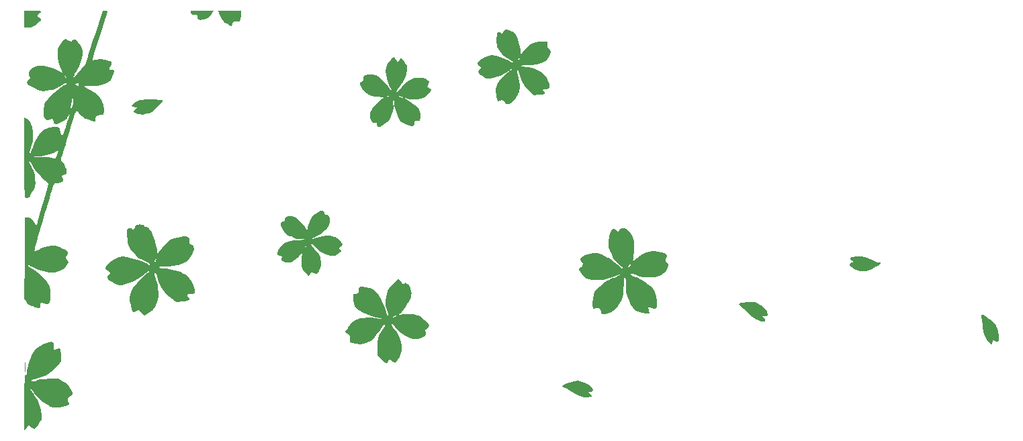
<source format=gto>
%TF.GenerationSoftware,KiCad,Pcbnew,7.0.10*%
%TF.CreationDate,2024-03-27T08:56:45-04:00*%
%TF.ProjectId,back panel,6261636b-2070-4616-9e65-6c2e6b696361,rev?*%
%TF.SameCoordinates,Original*%
%TF.FileFunction,Legend,Top*%
%TF.FilePolarity,Positive*%
%FSLAX46Y46*%
G04 Gerber Fmt 4.6, Leading zero omitted, Abs format (unit mm)*
G04 Created by KiCad (PCBNEW 7.0.10) date 2024-03-27 08:56:45*
%MOMM*%
%LPD*%
G01*
G04 APERTURE LIST*
G04 APERTURE END LIST*
%TO.C,G\u002A\u002A\u002A*%
G36*
X109149248Y-69318878D02*
G01*
X108897875Y-69661963D01*
X108597567Y-69886623D01*
X108204050Y-70019928D01*
X107929870Y-70064352D01*
X107637054Y-70089599D01*
X107474185Y-70073221D01*
X107406159Y-70011436D01*
X107404855Y-70007793D01*
X107364223Y-69835343D01*
X107340318Y-69680667D01*
X107297049Y-69536039D01*
X107178980Y-69477626D01*
X107018667Y-69469000D01*
X106723471Y-69438614D01*
X106562767Y-69335880D01*
X106510887Y-69143435D01*
X106510667Y-69125336D01*
X106510667Y-68918667D01*
X107947527Y-68918667D01*
X109384386Y-68918667D01*
X109149248Y-69318878D01*
G37*
G36*
X87062587Y-68924830D02*
G01*
X87395736Y-68946867D01*
X87582345Y-68990099D01*
X87633646Y-69059846D01*
X87560871Y-69161428D01*
X87376000Y-69299667D01*
X87177795Y-69464809D01*
X87141897Y-69597763D01*
X87268307Y-69714609D01*
X87376000Y-69765333D01*
X87551192Y-69867974D01*
X87629693Y-69973413D01*
X87630000Y-69978879D01*
X87570588Y-70082465D01*
X87412693Y-70261978D01*
X87186829Y-70483648D01*
X87113475Y-70550545D01*
X86852539Y-70779427D01*
X86663407Y-70917698D01*
X86493052Y-70989161D01*
X86288444Y-71017620D01*
X86055142Y-71025623D01*
X85513334Y-71037372D01*
X85513334Y-69978019D01*
X85513334Y-68918667D01*
X86571667Y-68918667D01*
X87062587Y-68924830D01*
G37*
G36*
X112856848Y-69363167D02*
G01*
X112833453Y-69675783D01*
X112778505Y-69960931D01*
X112744748Y-70061667D01*
X112663451Y-70214834D01*
X112553458Y-70289809D01*
X112358039Y-70314021D01*
X112219400Y-70315667D01*
X111967729Y-70323485D01*
X111832137Y-70366515D01*
X111759470Y-70474124D01*
X111721325Y-70590833D01*
X111648753Y-70792091D01*
X111563651Y-70850610D01*
X111420688Y-70778158D01*
X111313564Y-70696667D01*
X111138914Y-70578566D01*
X111014661Y-70527392D01*
X111012308Y-70527333D01*
X110819774Y-70453387D01*
X110600262Y-70256405D01*
X110381295Y-69973674D01*
X110190398Y-69642481D01*
X110055096Y-69300113D01*
X110027939Y-69193833D01*
X109968546Y-68918667D01*
X111414606Y-68918667D01*
X112860667Y-68918667D01*
X112856848Y-69363167D01*
G37*
G36*
X191056727Y-99941446D02*
G01*
X191759757Y-100128892D01*
X192532000Y-100447173D01*
X192825891Y-100567552D01*
X193096153Y-100647752D01*
X193236708Y-100667839D01*
X193428126Y-100698280D01*
X193466578Y-100783959D01*
X193357103Y-100919212D01*
X193104738Y-101098373D01*
X192714518Y-101315778D01*
X192616667Y-101365196D01*
X192189258Y-101572689D01*
X191869004Y-101709229D01*
X191614210Y-101784595D01*
X191383182Y-101808564D01*
X191134226Y-101790917D01*
X190933041Y-101760071D01*
X190544591Y-101659703D01*
X190161051Y-101502413D01*
X189832561Y-101313583D01*
X189609258Y-101118594D01*
X189576735Y-101073457D01*
X189509781Y-100924127D01*
X189565579Y-100821346D01*
X189617128Y-100780716D01*
X189809859Y-100688440D01*
X189923516Y-100668667D01*
X190058811Y-100637128D01*
X190052954Y-100560694D01*
X189917975Y-100466643D01*
X189816054Y-100425048D01*
X189624353Y-100308468D01*
X189589453Y-100169108D01*
X189707893Y-100038859D01*
X189865000Y-99974320D01*
X190428547Y-99890526D01*
X191056727Y-99941446D01*
G37*
G36*
X177393372Y-105678384D02*
G01*
X177605713Y-105709135D01*
X177793136Y-105771754D01*
X177909419Y-105824822D01*
X178381111Y-106110275D01*
X178789687Y-106466213D01*
X179088857Y-106850457D01*
X179142198Y-106948152D01*
X179250394Y-107231966D01*
X179232889Y-107405760D01*
X179084081Y-107478884D01*
X178831924Y-107466145D01*
X178519667Y-107417971D01*
X178710167Y-107625943D01*
X178875193Y-107855830D01*
X178892624Y-108014706D01*
X178770771Y-108097646D01*
X178517945Y-108099721D01*
X178142458Y-108016006D01*
X178082765Y-107997845D01*
X177807720Y-107893463D01*
X177542366Y-107747023D01*
X177257519Y-107536857D01*
X176923992Y-107241295D01*
X176512599Y-106838667D01*
X176487667Y-106813524D01*
X176199860Y-106529480D01*
X175940448Y-106285275D01*
X175740906Y-106109848D01*
X175643031Y-106037053D01*
X175530965Y-105963536D01*
X175556847Y-105905347D01*
X175670069Y-105840432D01*
X175836758Y-105791046D01*
X176124689Y-105743910D01*
X176485839Y-105705962D01*
X176702392Y-105691297D01*
X177108227Y-105674204D01*
X177393372Y-105678384D01*
G37*
G36*
X206382703Y-107324349D02*
G01*
X206675704Y-107495714D01*
X207082321Y-107774778D01*
X207372899Y-107986310D01*
X207667706Y-108214582D01*
X207862347Y-108404664D01*
X207999240Y-108609707D01*
X208120804Y-108882863D01*
X208151385Y-108961773D01*
X208279431Y-109381936D01*
X208349079Y-109796158D01*
X208360356Y-110169623D01*
X208313289Y-110467517D01*
X208207903Y-110655025D01*
X208150061Y-110691079D01*
X208009515Y-110673761D01*
X207829343Y-110571342D01*
X207827549Y-110569936D01*
X207647981Y-110440020D01*
X207564266Y-110433291D01*
X207544224Y-110562118D01*
X207547850Y-110677433D01*
X207520822Y-110900155D01*
X207418871Y-110976755D01*
X207251438Y-110907933D01*
X207027962Y-110694387D01*
X206978073Y-110635228D01*
X206724668Y-110272712D01*
X206538832Y-109871166D01*
X206409494Y-109394663D01*
X206325586Y-108807272D01*
X206294262Y-108415667D01*
X206260950Y-108094563D01*
X206209552Y-107806944D01*
X206170276Y-107669321D01*
X206097105Y-107433167D01*
X206102233Y-107295403D01*
X206194489Y-107258354D01*
X206382703Y-107324349D01*
G37*
G36*
X155879589Y-115736031D02*
G01*
X156301700Y-115893231D01*
X156633743Y-116094785D01*
X156854148Y-116285343D01*
X157107625Y-116565881D01*
X157207910Y-116775762D01*
X157155102Y-116916274D01*
X156949296Y-116988704D01*
X156907807Y-116993531D01*
X156720779Y-117022677D01*
X156634073Y-117058005D01*
X156633334Y-117061092D01*
X156690936Y-117137970D01*
X156832230Y-117272925D01*
X156858567Y-117295860D01*
X157010049Y-117462107D01*
X157013798Y-117579229D01*
X156864463Y-117651700D01*
X156556689Y-117683995D01*
X156391025Y-117686667D01*
X156074274Y-117675288D01*
X155807283Y-117629907D01*
X155525593Y-117533657D01*
X155164746Y-117369672D01*
X155147188Y-117361192D01*
X154827718Y-117196996D01*
X154558835Y-117041176D01*
X154384397Y-116919790D01*
X154352998Y-116889337D01*
X154188047Y-116748710D01*
X153944105Y-116599339D01*
X153688458Y-116477107D01*
X153488386Y-116417896D01*
X153466703Y-116416667D01*
X153317363Y-116371144D01*
X153305618Y-116261327D01*
X153435758Y-116127339D01*
X153435770Y-116127332D01*
X153599537Y-116051346D01*
X153881467Y-115950839D01*
X154235250Y-115841554D01*
X154461176Y-115778736D01*
X155292083Y-115557582D01*
X155879589Y-115736031D01*
G37*
G36*
X102111839Y-80140454D02*
G01*
X102500927Y-80150477D01*
X102758430Y-80169154D01*
X102903172Y-80197944D01*
X102953978Y-80238307D01*
X102954667Y-80244819D01*
X102898928Y-80345394D01*
X102747444Y-80537798D01*
X102523812Y-80793733D01*
X102270740Y-81065033D01*
X101971986Y-81372344D01*
X101751309Y-81581177D01*
X101571056Y-81716665D01*
X101393569Y-81803940D01*
X101181195Y-81868136D01*
X101005193Y-81909713D01*
X100668142Y-81983121D01*
X100440798Y-82019677D01*
X100268615Y-82023694D01*
X100097046Y-81999487D01*
X100033667Y-81986549D01*
X99803733Y-81937863D01*
X99679754Y-81911576D01*
X99466550Y-81818586D01*
X99357123Y-81734361D01*
X99278988Y-81634151D01*
X99294412Y-81537647D01*
X99417033Y-81389929D01*
X99451710Y-81353488D01*
X99684348Y-81110667D01*
X99478007Y-81109370D01*
X99262237Y-81075900D01*
X99144667Y-81027114D01*
X99067345Y-80909010D01*
X99152182Y-80755475D01*
X99400168Y-80565373D01*
X99693550Y-80398257D01*
X99881777Y-80301923D01*
X100042562Y-80232904D01*
X100208842Y-80186631D01*
X100413554Y-80158536D01*
X100689636Y-80144047D01*
X101070025Y-80138598D01*
X101572340Y-80137624D01*
X102111839Y-80140454D01*
G37*
G36*
X89073539Y-110725161D02*
G01*
X89119581Y-110782838D01*
X89191360Y-110963824D01*
X89233771Y-111230820D01*
X89238667Y-111352849D01*
X89245669Y-111589062D01*
X89263503Y-111735980D01*
X89276161Y-111760000D01*
X89366005Y-111721017D01*
X89543422Y-111623969D01*
X89603209Y-111589159D01*
X89793301Y-111497040D01*
X89927404Y-111495627D01*
X90018788Y-111603480D01*
X90080725Y-111839159D01*
X90126483Y-112221225D01*
X90136376Y-112334889D01*
X90161381Y-112685941D01*
X90159969Y-112920520D01*
X90124221Y-113090473D01*
X90046219Y-113247645D01*
X89981527Y-113348805D01*
X89493122Y-113958916D01*
X88902691Y-114486315D01*
X88244629Y-114907464D01*
X87553333Y-115198819D01*
X87125465Y-115303547D01*
X86721578Y-115403353D01*
X86453093Y-115535585D01*
X86405798Y-115576962D01*
X86233000Y-115755483D01*
X86614000Y-115695063D01*
X86913101Y-115627475D01*
X87186131Y-115534029D01*
X87243627Y-115507314D01*
X87418306Y-115448167D01*
X87689051Y-115407048D01*
X88079832Y-115381588D01*
X88614622Y-115369415D01*
X88640627Y-115369159D01*
X89789000Y-115358333D01*
X90317622Y-115641796D01*
X90810633Y-115959404D01*
X91173029Y-116325840D01*
X91443253Y-116780303D01*
X91451232Y-116797667D01*
X91564925Y-117071452D01*
X91589631Y-117246576D01*
X91515857Y-117373891D01*
X91334107Y-117504249D01*
X91317371Y-117514632D01*
X91062668Y-117722122D01*
X90967940Y-117944446D01*
X91024194Y-118207498D01*
X91054638Y-118270897D01*
X91144693Y-118466231D01*
X91185753Y-118597108D01*
X91186000Y-118602348D01*
X91108766Y-118666042D01*
X90904461Y-118740549D01*
X90614181Y-118816847D01*
X90279022Y-118885912D01*
X89940082Y-118938720D01*
X89638456Y-118966249D01*
X89521187Y-118967886D01*
X89132559Y-118935543D01*
X88801263Y-118842882D01*
X88457681Y-118665991D01*
X88247512Y-118530394D01*
X88031717Y-118389620D01*
X87878234Y-118298522D01*
X87833882Y-118279333D01*
X87736410Y-118217039D01*
X87559817Y-118048875D01*
X87328575Y-117802922D01*
X87067157Y-117507257D01*
X86800036Y-117189961D01*
X86551685Y-116879111D01*
X86346575Y-116602788D01*
X86258770Y-116472094D01*
X86176338Y-116415575D01*
X86152297Y-116426814D01*
X86167408Y-116517620D01*
X86262058Y-116688811D01*
X86312955Y-116763029D01*
X86677246Y-117278160D01*
X86954093Y-117700573D01*
X87162703Y-118069076D01*
X87322286Y-118422475D01*
X87452049Y-118799578D01*
X87571202Y-119239193D01*
X87603024Y-119369394D01*
X87697495Y-119849352D01*
X87716410Y-120212673D01*
X87660086Y-120494100D01*
X87614240Y-120595920D01*
X87453180Y-120861580D01*
X87254286Y-121137938D01*
X87048215Y-121388232D01*
X86865624Y-121575703D01*
X86737172Y-121663591D01*
X86721796Y-121666000D01*
X86572958Y-121610794D01*
X86381356Y-121474020D01*
X86336233Y-121433167D01*
X86091534Y-121200333D01*
X85803693Y-121539000D01*
X85515853Y-121877667D01*
X85523260Y-117390333D01*
X85526235Y-116400086D01*
X85531609Y-115528697D01*
X85539239Y-114783429D01*
X85548983Y-114171546D01*
X85560699Y-113700313D01*
X85574245Y-113376992D01*
X85589477Y-113208847D01*
X85605350Y-113199333D01*
X85633373Y-113418151D01*
X85643943Y-113747318D01*
X85635870Y-114128635D01*
X85627417Y-114278833D01*
X85608022Y-114702238D01*
X85617962Y-114961878D01*
X85657382Y-115060787D01*
X85664340Y-115062000D01*
X85747888Y-114982290D01*
X85813923Y-114762395D01*
X85854968Y-114431164D01*
X85861840Y-114300000D01*
X85897877Y-114054258D01*
X85982997Y-113700535D01*
X86101954Y-113287486D01*
X86239498Y-112863766D01*
X86380380Y-112478031D01*
X86509351Y-112178934D01*
X86551747Y-112098667D01*
X86915153Y-111630580D01*
X87419149Y-111230022D01*
X88043900Y-110910320D01*
X88590415Y-110728789D01*
X88839726Y-110669734D01*
X88982417Y-110666650D01*
X89073539Y-110725161D01*
G37*
G36*
X123206490Y-94202508D02*
G01*
X123293512Y-94388272D01*
X123312533Y-94458010D01*
X123388789Y-94616072D01*
X123521784Y-94634536D01*
X123528571Y-94632826D01*
X123752272Y-94642243D01*
X123909410Y-94805731D01*
X124000784Y-95124324D01*
X124016741Y-95264869D01*
X124020752Y-95621309D01*
X123952389Y-95910946D01*
X123877709Y-96076329D01*
X123705655Y-96322345D01*
X123436055Y-96611159D01*
X123117117Y-96899374D01*
X122797047Y-97143596D01*
X122524053Y-97300427D01*
X122512667Y-97305131D01*
X122287955Y-97399215D01*
X122026008Y-97513316D01*
X122004667Y-97522826D01*
X121831310Y-97616048D01*
X121798376Y-97670043D01*
X121881291Y-97683658D01*
X122055481Y-97655743D01*
X122296373Y-97585147D01*
X122412915Y-97541946D01*
X122719044Y-97449337D01*
X123111527Y-97368342D01*
X123507469Y-97315941D01*
X123522361Y-97314667D01*
X123877048Y-97290826D01*
X124126600Y-97297011D01*
X124333958Y-97342639D01*
X124562060Y-97437131D01*
X124661969Y-97485213D01*
X124974885Y-97670554D01*
X125263594Y-97897428D01*
X125492413Y-98131706D01*
X125625660Y-98339258D01*
X125645334Y-98425772D01*
X125576714Y-98544360D01*
X125409676Y-98669198D01*
X125391334Y-98679000D01*
X125193703Y-98805552D01*
X125154750Y-98916478D01*
X125269801Y-99040775D01*
X125326671Y-99080394D01*
X125438254Y-99189184D01*
X125429944Y-99304026D01*
X125289984Y-99441498D01*
X125006618Y-99618179D01*
X124905960Y-99673692D01*
X124647158Y-99801090D01*
X124443303Y-99850623D01*
X124207108Y-99836316D01*
X124054488Y-99810500D01*
X123494422Y-99667882D01*
X123021319Y-99447577D01*
X122579587Y-99118985D01*
X122288152Y-98838225D01*
X122042433Y-98597132D01*
X121833507Y-98416343D01*
X121692604Y-98321804D01*
X121658028Y-98314768D01*
X121655245Y-98386563D01*
X121752239Y-98535087D01*
X121844164Y-98639566D01*
X122106108Y-98948204D01*
X122375606Y-99321869D01*
X122616321Y-99705132D01*
X122791919Y-100042566D01*
X122835731Y-100152134D01*
X122923688Y-100607434D01*
X122899251Y-101090130D01*
X122773336Y-101548024D01*
X122556856Y-101928920D01*
X122437399Y-102057160D01*
X122320484Y-102143496D01*
X122207198Y-102143365D01*
X122026069Y-102055090D01*
X122011892Y-102047183D01*
X121828022Y-101954129D01*
X121713465Y-101957539D01*
X121589875Y-102070988D01*
X121538751Y-102129167D01*
X121399815Y-102280552D01*
X121316471Y-102356914D01*
X121310228Y-102359223D01*
X121246368Y-102298866D01*
X121106836Y-102145360D01*
X120964647Y-101981734D01*
X120664321Y-101584996D01*
X120489054Y-101220449D01*
X120419913Y-100831170D01*
X120435023Y-100389265D01*
X120490992Y-100017388D01*
X120577595Y-99646880D01*
X120655074Y-99413418D01*
X120741966Y-99195282D01*
X120762203Y-99116816D01*
X120717061Y-99162578D01*
X120670482Y-99227064D01*
X120547828Y-99376355D01*
X120338538Y-99606686D01*
X120077078Y-99880745D01*
X119913244Y-100046896D01*
X119577734Y-100366124D01*
X119307222Y-100570205D01*
X119060150Y-100675597D01*
X118794960Y-100698756D01*
X118470092Y-100656138D01*
X118406334Y-100643616D01*
X118083153Y-100548366D01*
X117920510Y-100421789D01*
X117911300Y-100256420D01*
X117954417Y-100168810D01*
X118023461Y-100020914D01*
X117979166Y-99932401D01*
X117940667Y-99905380D01*
X117750646Y-99836838D01*
X117633042Y-99823296D01*
X117461288Y-99749970D01*
X117407732Y-99651126D01*
X117423505Y-99470781D01*
X117518303Y-99206717D01*
X117613441Y-99017667D01*
X120812270Y-99017667D01*
X120939801Y-98806000D01*
X121033598Y-98626464D01*
X121070333Y-98513900D01*
X121045985Y-98468103D01*
X120983267Y-98536713D01*
X120910725Y-98678588D01*
X120867651Y-98806000D01*
X120812270Y-99017667D01*
X117613441Y-99017667D01*
X117667908Y-98909434D01*
X117848103Y-98629433D01*
X117967918Y-98483031D01*
X118310350Y-98227507D01*
X118799674Y-98034298D01*
X119424068Y-97906694D01*
X120171711Y-97847985D01*
X120257023Y-97845949D01*
X120637948Y-97828294D01*
X120858314Y-97798046D01*
X120916574Y-97762963D01*
X120811180Y-97730804D01*
X120540586Y-97709328D01*
X120285170Y-97704775D01*
X119904261Y-97690025D01*
X119638100Y-97639737D01*
X119433991Y-97543605D01*
X119422334Y-97536000D01*
X119196836Y-97420521D01*
X118992658Y-97367575D01*
X118980656Y-97367224D01*
X118772934Y-97292695D01*
X118658813Y-97197333D01*
X121171369Y-97197333D01*
X121184674Y-97317529D01*
X121214073Y-97303167D01*
X121225256Y-97129824D01*
X121214073Y-97091500D01*
X121183171Y-97080864D01*
X121171369Y-97197333D01*
X118658813Y-97197333D01*
X118528988Y-97088848D01*
X118275240Y-96783685D01*
X118038114Y-96405206D01*
X117994550Y-96322273D01*
X117847062Y-95987985D01*
X117809729Y-95761760D01*
X117885880Y-95620279D01*
X118078841Y-95540223D01*
X118107008Y-95534232D01*
X118282874Y-95477017D01*
X118328722Y-95376870D01*
X118314890Y-95295475D01*
X118337307Y-95094519D01*
X118501332Y-94945833D01*
X118784125Y-94861311D01*
X119162844Y-94852849D01*
X119164566Y-94852988D01*
X119516558Y-94912650D01*
X119804022Y-95050574D01*
X119965410Y-95169682D01*
X120218410Y-95404179D01*
X120493208Y-95707410D01*
X120752016Y-96032286D01*
X120957043Y-96331721D01*
X121063334Y-96537760D01*
X121107553Y-96619969D01*
X121149323Y-96585284D01*
X121201088Y-96413923D01*
X121236449Y-96262630D01*
X121370363Y-95764927D01*
X121531400Y-95321099D01*
X121703463Y-94969847D01*
X121862712Y-94756934D01*
X122035257Y-94626549D01*
X122297909Y-94461336D01*
X122544814Y-94323424D01*
X122861807Y-94175285D01*
X123072477Y-94133246D01*
X123206490Y-94202508D01*
G37*
G36*
X132258607Y-74916872D02*
G01*
X132381639Y-75109593D01*
X132497299Y-75296488D01*
X132594612Y-75331084D01*
X132706232Y-75211600D01*
X132780865Y-75087816D01*
X132886285Y-74917448D01*
X132964610Y-74877235D01*
X133071132Y-74949391D01*
X133108220Y-74982518D01*
X133261304Y-75147085D01*
X133448398Y-75383420D01*
X133536177Y-75505746D01*
X133666382Y-75706798D01*
X133736313Y-75873481D01*
X133758075Y-76065999D01*
X133743774Y-76344553D01*
X133731954Y-76479412D01*
X133581472Y-77218834D01*
X133273969Y-77905089D01*
X132818502Y-78518053D01*
X132810682Y-78526488D01*
X132574402Y-78803558D01*
X132441135Y-79011233D01*
X132419134Y-79133603D01*
X132482167Y-79159748D01*
X132570026Y-79096835D01*
X132711129Y-78944409D01*
X132757334Y-78887510D01*
X133031026Y-78576243D01*
X133364938Y-78249012D01*
X133712257Y-77947596D01*
X134026170Y-77713775D01*
X134166823Y-77629539D01*
X134681969Y-77437075D01*
X135221470Y-77367441D01*
X135743033Y-77419135D01*
X136204367Y-77590658D01*
X136383122Y-77708146D01*
X136503492Y-77812113D01*
X136535515Y-77907465D01*
X136485114Y-78057948D01*
X136427109Y-78181642D01*
X136341977Y-78372451D01*
X136329438Y-78496503D01*
X136410846Y-78600385D01*
X136607550Y-78730685D01*
X136706015Y-78790204D01*
X136777386Y-78849920D01*
X136780137Y-78929493D01*
X136700436Y-79062525D01*
X136524453Y-79282622D01*
X136482831Y-79332471D01*
X136206180Y-79618294D01*
X135915544Y-79847070D01*
X135754078Y-79938003D01*
X135426773Y-80032270D01*
X135000110Y-80087125D01*
X134540027Y-80099899D01*
X134112463Y-80067923D01*
X133858559Y-80014726D01*
X133590294Y-79945861D01*
X133448979Y-79934172D01*
X133445927Y-79974649D01*
X133592452Y-80062285D01*
X133669976Y-80098227D01*
X134213297Y-80403638D01*
X134797528Y-80857486D01*
X134981759Y-81023096D01*
X135279602Y-81403121D01*
X135422215Y-81850009D01*
X135431403Y-82190167D01*
X135407576Y-82506292D01*
X135377629Y-82689820D01*
X135318849Y-82776672D01*
X135208529Y-82802769D01*
X135043334Y-82804000D01*
X134811077Y-82822072D01*
X134707815Y-82904534D01*
X134694645Y-83093749D01*
X134702214Y-83175493D01*
X134650871Y-83359008D01*
X134461345Y-83462087D01*
X134293438Y-83480037D01*
X134058386Y-83433786D01*
X133745290Y-83311866D01*
X133409442Y-83142989D01*
X133106136Y-82955865D01*
X132890664Y-82779205D01*
X132849948Y-82730495D01*
X132655289Y-82384130D01*
X132467221Y-81920054D01*
X132301994Y-81389614D01*
X132175860Y-80844156D01*
X132110152Y-80393005D01*
X132080118Y-80143487D01*
X132048090Y-79973728D01*
X132032617Y-79934394D01*
X131962999Y-79923957D01*
X131938197Y-80076391D01*
X131958237Y-80391262D01*
X131989299Y-80640138D01*
X132031774Y-81005934D01*
X132035593Y-81262001D01*
X131998610Y-81463958D01*
X131952645Y-81590243D01*
X131868635Y-81834018D01*
X131826986Y-82038602D01*
X131826000Y-82061979D01*
X131753208Y-82343404D01*
X131551233Y-82662591D01*
X131244679Y-82986424D01*
X130982999Y-83196732D01*
X130631466Y-83437250D01*
X130383532Y-83573474D01*
X130215591Y-83612874D01*
X130104032Y-83562920D01*
X130053157Y-83490968D01*
X129979380Y-83295798D01*
X129963334Y-83190244D01*
X129911395Y-83095917D01*
X129735485Y-83076413D01*
X129700247Y-83078844D01*
X129427708Y-83029816D01*
X129235669Y-82833531D01*
X129125966Y-82492688D01*
X129099748Y-82197373D01*
X129109367Y-81877883D01*
X129175801Y-81626743D01*
X129325089Y-81352321D01*
X129351819Y-81310347D01*
X129603289Y-80973231D01*
X129931219Y-80606372D01*
X130282163Y-80265033D01*
X130602676Y-80004477D01*
X130638339Y-79980073D01*
X130847678Y-79840667D01*
X130532506Y-79825850D01*
X130150042Y-79805042D01*
X129875890Y-79779661D01*
X129649082Y-79740828D01*
X129609775Y-79730829D01*
X131201531Y-79730829D01*
X131318000Y-79742631D01*
X131438196Y-79729326D01*
X131427471Y-79707371D01*
X132705684Y-79707371D01*
X132715000Y-79741790D01*
X132864906Y-79830177D01*
X132969000Y-79864960D01*
X133182309Y-79910020D01*
X133256464Y-79904632D01*
X133218767Y-79851598D01*
X133104609Y-79786459D01*
X132944539Y-79732752D01*
X132793312Y-79702411D01*
X132705684Y-79707371D01*
X131427471Y-79707371D01*
X131423834Y-79699927D01*
X131250491Y-79688744D01*
X131212167Y-79699927D01*
X131201531Y-79730829D01*
X129609775Y-79730829D01*
X129408650Y-79679666D01*
X129286000Y-79644321D01*
X128916555Y-79518276D01*
X128642445Y-79368411D01*
X128410735Y-79154633D01*
X128168491Y-78836852D01*
X128113402Y-78756225D01*
X127907245Y-78425706D01*
X127812291Y-78194608D01*
X127825796Y-78037089D01*
X127945016Y-77927309D01*
X128021541Y-77891038D01*
X128182605Y-77792561D01*
X128241483Y-77637684D01*
X128244488Y-77499912D01*
X128260090Y-77293485D01*
X128342924Y-77155584D01*
X128525786Y-77058575D01*
X128841468Y-76974820D01*
X128876658Y-76967172D01*
X129365240Y-76946218D01*
X129864091Y-77082031D01*
X130356549Y-77364203D01*
X130825956Y-77782324D01*
X131255651Y-78325982D01*
X131389646Y-78537415D01*
X131550723Y-78789882D01*
X131681611Y-78964811D01*
X131757879Y-79030192D01*
X131763936Y-79027841D01*
X131779127Y-78898932D01*
X131685711Y-78675226D01*
X131566761Y-78484921D01*
X131430724Y-78221828D01*
X131293906Y-77848363D01*
X131172391Y-77422646D01*
X131082264Y-77002799D01*
X131039608Y-76646940D01*
X131038243Y-76575072D01*
X131125321Y-76018898D01*
X131364220Y-75484809D01*
X131674970Y-75076664D01*
X131911440Y-74868663D01*
X132098510Y-74815050D01*
X132258607Y-74916872D01*
G37*
G36*
X146651063Y-71346036D02*
G01*
X146822721Y-71437500D01*
X147034447Y-71580316D01*
X147193972Y-71674590D01*
X147356862Y-71834399D01*
X147526408Y-72123704D01*
X147690436Y-72503716D01*
X147836774Y-72935647D01*
X147953248Y-73380710D01*
X148027686Y-73800116D01*
X148047913Y-74155077D01*
X148027095Y-74329216D01*
X148012391Y-74434006D01*
X148052353Y-74435547D01*
X148165533Y-74322884D01*
X148300138Y-74168000D01*
X148703500Y-73709421D01*
X149040599Y-73371151D01*
X149343090Y-73135344D01*
X149642626Y-72984156D01*
X149970862Y-72899742D01*
X150359451Y-72864257D01*
X150622000Y-72859076D01*
X151426334Y-72855667D01*
X151433132Y-73221696D01*
X151456950Y-73473059D01*
X151534385Y-73617322D01*
X151644798Y-73691851D01*
X151798167Y-73854216D01*
X151844084Y-74105062D01*
X151792507Y-74410848D01*
X151653395Y-74738035D01*
X151436705Y-75053085D01*
X151163063Y-75314410D01*
X150706541Y-75563868D01*
X150110738Y-75725884D01*
X149382246Y-75799010D01*
X148949834Y-75801349D01*
X148609322Y-75800808D01*
X148343625Y-75813964D01*
X148189961Y-75838266D01*
X148166667Y-75854974D01*
X148243787Y-75933517D01*
X148445101Y-75995023D01*
X148725540Y-76027339D01*
X148813915Y-76029510D01*
X149100635Y-76065343D01*
X149480828Y-76158673D01*
X149896583Y-76291122D01*
X150289991Y-76444313D01*
X150593758Y-76594342D01*
X150868821Y-76793005D01*
X151120953Y-77034873D01*
X151177190Y-77102893D01*
X151383721Y-77431902D01*
X151560631Y-77817713D01*
X151682093Y-78195228D01*
X151722667Y-78477850D01*
X151686693Y-78669846D01*
X151558587Y-78778057D01*
X151308077Y-78821324D01*
X151165409Y-78824667D01*
X150949442Y-78844847D01*
X150886746Y-78921101D01*
X150964408Y-79076993D01*
X151000307Y-79125984D01*
X151097484Y-79273203D01*
X151127307Y-79344775D01*
X151053360Y-79424571D01*
X150820076Y-79490036D01*
X150423249Y-79542215D01*
X150284245Y-79554427D01*
X149725248Y-79599598D01*
X149111666Y-79031515D01*
X148573289Y-78444412D01*
X148199720Y-77830851D01*
X147987720Y-77185212D01*
X147962242Y-77036932D01*
X147903027Y-76772882D01*
X147816535Y-76544964D01*
X147722989Y-76394124D01*
X147642609Y-76361303D01*
X147632579Y-76369466D01*
X147633725Y-76465743D01*
X147673861Y-76680361D01*
X147744531Y-76969111D01*
X147754032Y-77004333D01*
X147835655Y-77391386D01*
X147898699Y-77852759D01*
X147930415Y-78293541D01*
X147931175Y-78323124D01*
X147932408Y-78706131D01*
X147908704Y-78983048D01*
X147848702Y-79216574D01*
X147741043Y-79469409D01*
X147712972Y-79527444D01*
X147454811Y-79939610D01*
X147122464Y-80304192D01*
X146760956Y-80576835D01*
X146543226Y-80679797D01*
X146364889Y-80723918D01*
X146253956Y-80671669D01*
X146150446Y-80513107D01*
X145948691Y-80281925D01*
X145702262Y-80198423D01*
X145470786Y-80256801D01*
X145305154Y-80329975D01*
X145226364Y-80348667D01*
X145167472Y-80271858D01*
X145099629Y-80070879D01*
X145032210Y-79789897D01*
X144974587Y-79473079D01*
X144936136Y-79164594D01*
X144925649Y-78931740D01*
X145005159Y-78528159D01*
X145219542Y-78077600D01*
X145550211Y-77604667D01*
X145978579Y-77133964D01*
X146486060Y-76690097D01*
X146783698Y-76472114D01*
X146960934Y-76341169D01*
X147059073Y-76250347D01*
X147066000Y-76236302D01*
X147007078Y-76233472D01*
X146863782Y-76304391D01*
X146686318Y-76420038D01*
X146531230Y-76545435D01*
X146291824Y-76717418D01*
X145937773Y-76910065D01*
X145518321Y-77101451D01*
X145082713Y-77269654D01*
X144680193Y-77392749D01*
X144571212Y-77418033D01*
X144163755Y-77481744D01*
X143839709Y-77466631D01*
X143540856Y-77357972D01*
X143208975Y-77141047D01*
X143079199Y-77040752D01*
X142845855Y-76822377D01*
X142761728Y-76636508D01*
X142819987Y-76449908D01*
X142929760Y-76313772D01*
X143047078Y-76160492D01*
X143043697Y-76047799D01*
X143004060Y-75990815D01*
X142857000Y-75881708D01*
X142774602Y-75861333D01*
X142689036Y-75802195D01*
X142677493Y-75610248D01*
X142679136Y-75592495D01*
X142729807Y-75404677D01*
X142863461Y-75234166D01*
X143115127Y-75036345D01*
X143116595Y-75035315D01*
X143600550Y-74746516D01*
X144049491Y-74577596D01*
X144435639Y-74538651D01*
X144472065Y-74542600D01*
X144961071Y-74638230D01*
X145514784Y-74795265D01*
X146069545Y-74991904D01*
X146561699Y-75206349D01*
X146821577Y-75347213D01*
X147062752Y-75481224D01*
X147193128Y-75516211D01*
X147235121Y-75457691D01*
X147235334Y-75449021D01*
X147165176Y-75379129D01*
X146978392Y-75257394D01*
X146773236Y-75141667D01*
X147747323Y-75141667D01*
X147789337Y-75150371D01*
X147872151Y-75063181D01*
X147950042Y-74922065D01*
X147949522Y-74853966D01*
X147878147Y-74872258D01*
X147795496Y-74982959D01*
X147748406Y-75119426D01*
X147747323Y-75141667D01*
X146773236Y-75141667D01*
X146710510Y-75106284D01*
X146610109Y-75053667D01*
X146291660Y-74871467D01*
X146029271Y-74687498D01*
X145868399Y-74534248D01*
X145854352Y-74513479D01*
X145718309Y-74320386D01*
X145522654Y-74080622D01*
X145423557Y-73969384D01*
X145249358Y-73755959D01*
X145134081Y-73537752D01*
X145068372Y-73275150D01*
X145042877Y-72928541D01*
X145048239Y-72458312D01*
X145050572Y-72390000D01*
X145065943Y-72040282D01*
X145088383Y-71825063D01*
X145128409Y-71709540D01*
X145196536Y-71658914D01*
X145276599Y-71641998D01*
X145469841Y-71655122D01*
X145568699Y-71705498D01*
X145725499Y-71793235D01*
X145845672Y-71748985D01*
X145880667Y-71630979D01*
X145952374Y-71448674D01*
X146136086Y-71333964D01*
X146384688Y-71296526D01*
X146651063Y-71346036D01*
G37*
G36*
X132841325Y-102852688D02*
G01*
X132989830Y-103009606D01*
X133085481Y-103188368D01*
X133096000Y-103251968D01*
X133154241Y-103359937D01*
X133288629Y-103362122D01*
X133411964Y-103282170D01*
X133524330Y-103240553D01*
X133705671Y-103304053D01*
X133788730Y-103349939D01*
X133987466Y-103505601D01*
X134116070Y-103725997D01*
X134181978Y-103932603D01*
X134275447Y-104311073D01*
X134314031Y-104588373D01*
X134295936Y-104824128D01*
X134219369Y-105077963D01*
X134141748Y-105270568D01*
X133991572Y-105573171D01*
X133780999Y-105927973D01*
X133537005Y-106296529D01*
X133286567Y-106640394D01*
X133056661Y-106921123D01*
X132874264Y-107100271D01*
X132841861Y-107123069D01*
X132709886Y-107231548D01*
X132672667Y-107298030D01*
X132727219Y-107326434D01*
X132770409Y-107306918D01*
X132908991Y-107251675D01*
X133131955Y-107214349D01*
X133466049Y-107192299D01*
X133938023Y-107182884D01*
X134031451Y-107182359D01*
X134488533Y-107195749D01*
X134836737Y-107246046D01*
X135134152Y-107341933D01*
X135153319Y-107350040D01*
X135403978Y-107490146D01*
X135691853Y-107700374D01*
X135984022Y-107949876D01*
X136247560Y-108207808D01*
X136449544Y-108443324D01*
X136557048Y-108625576D01*
X136566285Y-108673821D01*
X136495128Y-108828875D01*
X136311980Y-109001076D01*
X136260194Y-109036675D01*
X136070915Y-109180447D01*
X136022678Y-109282911D01*
X136049575Y-109328775D01*
X136141933Y-109526567D01*
X136122847Y-109766738D01*
X136003699Y-109975098D01*
X135942722Y-110025312D01*
X135612116Y-110188020D01*
X135193548Y-110317770D01*
X134918683Y-110370622D01*
X134488586Y-110353610D01*
X134003026Y-110198896D01*
X133483641Y-109919540D01*
X132952067Y-109528604D01*
X132429944Y-109039146D01*
X132103359Y-108671303D01*
X131939696Y-108492995D01*
X131817725Y-108396220D01*
X131779616Y-108391495D01*
X131777020Y-108500249D01*
X131857320Y-108685202D01*
X131992024Y-108895010D01*
X132152642Y-109078329D01*
X132169001Y-109093200D01*
X132289463Y-109244497D01*
X132449531Y-109505569D01*
X132622073Y-109830566D01*
X132694950Y-109982000D01*
X132877896Y-110405565D01*
X132990076Y-110757210D01*
X133051248Y-111108119D01*
X133070970Y-111336667D01*
X133086673Y-111659545D01*
X133074200Y-111896034D01*
X133019308Y-112109517D01*
X132907755Y-112363375D01*
X132786521Y-112602541D01*
X132579415Y-112983669D01*
X132415307Y-113221318D01*
X132272320Y-113328422D01*
X132128578Y-113317916D01*
X131962205Y-113202736D01*
X131888047Y-113133774D01*
X131662077Y-112937282D01*
X131514619Y-112875896D01*
X131423218Y-112948783D01*
X131373034Y-113114667D01*
X131302772Y-113297333D01*
X131179929Y-113357222D01*
X130990638Y-113291048D01*
X130721036Y-113095525D01*
X130509939Y-112910165D01*
X130009378Y-112451663D01*
X129988521Y-111565526D01*
X130007382Y-110863759D01*
X130108146Y-110273960D01*
X130302581Y-109753969D01*
X130602460Y-109261627D01*
X130649570Y-109197764D01*
X130811227Y-108952764D01*
X130926250Y-108722780D01*
X130986747Y-108537306D01*
X130984825Y-108425833D01*
X130912593Y-108417857D01*
X130846145Y-108463136D01*
X130726443Y-108605318D01*
X130585628Y-108829609D01*
X130538434Y-108918002D01*
X130372248Y-109196090D01*
X130140015Y-109523911D01*
X129883212Y-109848155D01*
X129643315Y-110115510D01*
X129513027Y-110236000D01*
X129334437Y-110384349D01*
X129137901Y-110554076D01*
X128788197Y-110768740D01*
X128336150Y-110913509D01*
X127836618Y-110981429D01*
X127344459Y-110965547D01*
X126914530Y-110858908D01*
X126873000Y-110841162D01*
X126678115Y-110745424D01*
X126577464Y-110647863D01*
X126539915Y-110492254D01*
X126534334Y-110229549D01*
X126527289Y-109960831D01*
X126489108Y-109807422D01*
X126394217Y-109715390D01*
X126259167Y-109649220D01*
X126055002Y-109533572D01*
X125999796Y-109406740D01*
X126084997Y-109227199D01*
X126153334Y-109135333D01*
X126270603Y-108958150D01*
X126320776Y-108828418D01*
X126320784Y-108828042D01*
X126380975Y-108709582D01*
X126532498Y-108523855D01*
X126735990Y-108311265D01*
X126952091Y-108112216D01*
X127141438Y-107967114D01*
X127184289Y-107941661D01*
X127447518Y-107839573D01*
X127818981Y-107744120D01*
X128237667Y-107667466D01*
X128642568Y-107621779D01*
X128825950Y-107614307D01*
X129260732Y-107637184D01*
X129799437Y-107705866D01*
X130385260Y-107812864D01*
X130471334Y-107831243D01*
X130610433Y-107844655D01*
X130598119Y-107790676D01*
X130477652Y-107736951D01*
X130237672Y-107674834D01*
X129926735Y-107616573D01*
X129878452Y-107609145D01*
X129549887Y-107526667D01*
X131995334Y-107526667D01*
X132045951Y-107606289D01*
X132188428Y-107556095D01*
X132296651Y-107477421D01*
X132404385Y-107383385D01*
X132380408Y-107370884D01*
X132305909Y-107392755D01*
X132136213Y-107434780D01*
X132073075Y-107442000D01*
X131997546Y-107506634D01*
X131995334Y-107526667D01*
X129549887Y-107526667D01*
X129079177Y-107408507D01*
X128267117Y-107042858D01*
X127690581Y-106688996D01*
X127364175Y-106434860D01*
X127150447Y-106172116D01*
X127027395Y-105855567D01*
X126973019Y-105440018D01*
X126964938Y-105198333D01*
X126957667Y-104690333D01*
X127296334Y-104648000D01*
X127509622Y-104612338D01*
X127606929Y-104541310D01*
X127633775Y-104381431D01*
X127635000Y-104250088D01*
X127661127Y-103968818D01*
X127755642Y-103796289D01*
X127942748Y-103719713D01*
X128246649Y-103726306D01*
X128538313Y-103772892D01*
X129123411Y-103935830D01*
X129611281Y-104178293D01*
X129972044Y-104484588D01*
X130029148Y-104555942D01*
X130222048Y-104854550D01*
X130434443Y-105244592D01*
X130650266Y-105688837D01*
X130853445Y-106150053D01*
X131027912Y-106591010D01*
X131157597Y-106974476D01*
X131226432Y-107263219D01*
X131233334Y-107345916D01*
X131257405Y-107427902D01*
X131333810Y-107375390D01*
X131375837Y-107280251D01*
X131361792Y-107109629D01*
X131287155Y-106830053D01*
X131240320Y-106683261D01*
X131143936Y-106363639D01*
X131074489Y-106084472D01*
X131046387Y-105904003D01*
X131046325Y-105898971D01*
X131063369Y-105507563D01*
X131109042Y-105080749D01*
X131175000Y-104671617D01*
X131252901Y-104333256D01*
X131322753Y-104140000D01*
X131444944Y-103958465D01*
X131645161Y-103720758D01*
X131891612Y-103458199D01*
X132152506Y-103202110D01*
X132396051Y-102983812D01*
X132590455Y-102834627D01*
X132697760Y-102785333D01*
X132841325Y-102852688D01*
G37*
G36*
X100284528Y-95909352D02*
G01*
X100508612Y-95968230D01*
X100648168Y-96048846D01*
X100668667Y-96094054D01*
X100740511Y-96163029D01*
X100887549Y-96217912D01*
X101122661Y-96319203D01*
X101266066Y-96421570D01*
X101384604Y-96580347D01*
X101536436Y-96848044D01*
X101697646Y-97174203D01*
X101844316Y-97508369D01*
X101952532Y-97800084D01*
X101993237Y-97955675D01*
X102033175Y-98152338D01*
X102099037Y-98442900D01*
X102160751Y-98699753D01*
X102224762Y-99031724D01*
X102255759Y-99345279D01*
X102251380Y-99524430D01*
X102243599Y-99705131D01*
X102274839Y-99777462D01*
X102286750Y-99773847D01*
X102354982Y-99657674D01*
X102362000Y-99599642D01*
X102421757Y-99434048D01*
X102582912Y-99187837D01*
X102818292Y-98890592D01*
X103100725Y-98571891D01*
X103403037Y-98261317D01*
X103698056Y-97988448D01*
X103958608Y-97782865D01*
X104116045Y-97690187D01*
X104407483Y-97590763D01*
X104780423Y-97506293D01*
X105186894Y-97442663D01*
X105578924Y-97405760D01*
X105908543Y-97401472D01*
X106127779Y-97435684D01*
X106142051Y-97441571D01*
X106263511Y-97521865D01*
X106322960Y-97652994D01*
X106340915Y-97888075D01*
X106341334Y-97957518D01*
X106350300Y-98212336D01*
X106388062Y-98339667D01*
X106470913Y-98380897D01*
X106508715Y-98382667D01*
X106703173Y-98457985D01*
X106843978Y-98650659D01*
X106903778Y-98910765D01*
X106889547Y-99077726D01*
X106685193Y-99675703D01*
X106355970Y-100188060D01*
X105922143Y-100593705D01*
X105403977Y-100871547D01*
X105075962Y-100965190D01*
X104929912Y-100997136D01*
X104674904Y-101055203D01*
X104374001Y-101124987D01*
X103604676Y-101223331D01*
X103167501Y-101213498D01*
X102823387Y-101199767D01*
X102604127Y-101213996D01*
X102531334Y-101252323D01*
X102579736Y-101358225D01*
X102740305Y-101419299D01*
X103036080Y-101442239D01*
X103185654Y-101442386D01*
X103436307Y-101460477D01*
X103771303Y-101513202D01*
X104153639Y-101591213D01*
X104546314Y-101685162D01*
X104912324Y-101785701D01*
X105214667Y-101883481D01*
X105416341Y-101969154D01*
X105480133Y-102022064D01*
X105577608Y-102100615D01*
X105628478Y-102108000D01*
X105824584Y-102182048D01*
X106056937Y-102382076D01*
X106303961Y-102674909D01*
X106544081Y-103027369D01*
X106755721Y-103406282D01*
X106917308Y-103778473D01*
X107007265Y-104110765D01*
X107018667Y-104245659D01*
X106993486Y-104459040D01*
X106895540Y-104581990D01*
X106691224Y-104637248D01*
X106424072Y-104648000D01*
X106166055Y-104668175D01*
X106060312Y-104743014D01*
X106093071Y-104893987D01*
X106176263Y-105034282D01*
X106286305Y-105216702D01*
X106339810Y-105335778D01*
X106340776Y-105343521D01*
X106259331Y-105447932D01*
X106020494Y-105534912D01*
X105635614Y-105601214D01*
X105340615Y-105629621D01*
X104978805Y-105649813D01*
X104735522Y-105640884D01*
X104561595Y-105597161D01*
X104424611Y-105523951D01*
X103759889Y-105019534D01*
X103198157Y-104438984D01*
X102758360Y-103807169D01*
X102459438Y-103148959D01*
X102370849Y-102827667D01*
X102264300Y-102433427D01*
X102140732Y-102138308D01*
X102013069Y-101968906D01*
X101938832Y-101938667D01*
X101895366Y-102009234D01*
X101909191Y-102191399D01*
X101971513Y-102440854D01*
X102073536Y-102713289D01*
X102106891Y-102785333D01*
X102207932Y-103076475D01*
X102297053Y-103483062D01*
X102366897Y-103951270D01*
X102410106Y-104427273D01*
X102419321Y-104857244D01*
X102411236Y-105011735D01*
X102333187Y-105433594D01*
X102180574Y-105885805D01*
X101980044Y-106303670D01*
X101758243Y-106622491D01*
X101739534Y-106642666D01*
X101560759Y-106799124D01*
X101313446Y-106978666D01*
X101045149Y-107151152D01*
X100803422Y-107286441D01*
X100635822Y-107354393D01*
X100611932Y-107357333D01*
X100503310Y-107288945D01*
X100382421Y-107122051D01*
X100370435Y-107099662D01*
X100169248Y-106828203D01*
X99928650Y-106720970D01*
X99643767Y-106776416D01*
X99533034Y-106833768D01*
X99337817Y-106927288D01*
X99208423Y-106949379D01*
X99188854Y-106936999D01*
X99114531Y-106764799D01*
X99022760Y-106481130D01*
X98928258Y-106140772D01*
X98845740Y-105798508D01*
X98789924Y-105509119D01*
X98776757Y-105402951D01*
X98781372Y-105074596D01*
X98832683Y-104744228D01*
X98847309Y-104690333D01*
X99031033Y-104254477D01*
X99322896Y-103766276D01*
X99690430Y-103267747D01*
X100101172Y-102800909D01*
X100522656Y-102407780D01*
X100735957Y-102245974D01*
X100964518Y-102077366D01*
X101143968Y-101925875D01*
X101195926Y-101872279D01*
X101240404Y-101793349D01*
X101171824Y-101808931D01*
X101008975Y-101907284D01*
X100770649Y-102076666D01*
X100475635Y-102305337D01*
X100383762Y-102379755D01*
X99865249Y-102754636D01*
X99303344Y-103055965D01*
X98647343Y-103308891D01*
X98287084Y-103419643D01*
X97835368Y-103530563D01*
X97479862Y-103559332D01*
X97164554Y-103497974D01*
X96833431Y-103338511D01*
X96580454Y-103176623D01*
X96243771Y-102938022D01*
X96040892Y-102758058D01*
X95958725Y-102611138D01*
X95984176Y-102471666D01*
X96104154Y-102314048D01*
X96126894Y-102289969D01*
X96273883Y-102118352D01*
X96310853Y-101997948D01*
X96255797Y-101869129D01*
X96254509Y-101867063D01*
X96101024Y-101718723D01*
X95973522Y-101667007D01*
X95805911Y-101582663D01*
X95756169Y-101414193D01*
X95815010Y-101189298D01*
X95973148Y-100935677D01*
X96221297Y-100681034D01*
X96333769Y-100592321D01*
X96877192Y-100249741D01*
X97393892Y-100033289D01*
X97859007Y-99952717D01*
X97959334Y-99954628D01*
X98473202Y-100019958D01*
X99074010Y-100148597D01*
X99700829Y-100323193D01*
X100292730Y-100526400D01*
X100788783Y-100740866D01*
X100871777Y-100783932D01*
X101128804Y-100920983D01*
X101270666Y-100986274D01*
X101331578Y-100987793D01*
X101345753Y-100933526D01*
X101346000Y-100894640D01*
X101331321Y-100830202D01*
X101270377Y-100765017D01*
X101137805Y-100684578D01*
X100908245Y-100574377D01*
X100714573Y-100489364D01*
X101938667Y-100489364D01*
X101961561Y-100554050D01*
X102043418Y-100477361D01*
X102062974Y-100452015D01*
X102161288Y-100272525D01*
X102187281Y-100160667D01*
X102164387Y-100095981D01*
X102082530Y-100172670D01*
X102062974Y-100198015D01*
X101964661Y-100377506D01*
X101938667Y-100489364D01*
X100714573Y-100489364D01*
X100556336Y-100419905D01*
X100395856Y-100351109D01*
X100001505Y-100154100D01*
X99724744Y-99940834D01*
X99582437Y-99774456D01*
X99370789Y-99514050D01*
X99139831Y-99269971D01*
X99075487Y-99210548D01*
X98827153Y-98948086D01*
X98658462Y-98647740D01*
X98551900Y-98266279D01*
X98490429Y-97766566D01*
X98453873Y-97244790D01*
X98442443Y-96868116D01*
X98461150Y-96613509D01*
X98515002Y-96457937D01*
X98609008Y-96378366D01*
X98748177Y-96351763D01*
X98798346Y-96350667D01*
X98994864Y-96376500D01*
X99102334Y-96435333D01*
X99217772Y-96520258D01*
X99340714Y-96455856D01*
X99441859Y-96258085D01*
X99444658Y-96248899D01*
X99554000Y-96034207D01*
X99753939Y-95921085D01*
X99807869Y-95905988D01*
X100032190Y-95884507D01*
X100284528Y-95909352D01*
G37*
G36*
X161154791Y-96364863D02*
G01*
X161318199Y-96425117D01*
X161498000Y-96557927D01*
X161740304Y-96789793D01*
X161759625Y-96809235D01*
X161984016Y-97043005D01*
X162134342Y-97235197D01*
X162231501Y-97433763D01*
X162296394Y-97686656D01*
X162349921Y-98041829D01*
X162371597Y-98213333D01*
X162390504Y-98547209D01*
X162382249Y-98966533D01*
X162351391Y-99419606D01*
X162302490Y-99854728D01*
X162240105Y-100220198D01*
X162174217Y-100451693D01*
X162155763Y-100533011D01*
X162218953Y-100521497D01*
X162385883Y-100410488D01*
X162439022Y-100371832D01*
X162690237Y-100180747D01*
X162921388Y-99993972D01*
X162983334Y-99940713D01*
X163372694Y-99672155D01*
X163853549Y-99450045D01*
X164348698Y-99306188D01*
X164608074Y-99271376D01*
X164990191Y-99278456D01*
X165432408Y-99331992D01*
X165868015Y-99420037D01*
X166230305Y-99530642D01*
X166348834Y-99583138D01*
X166497044Y-99736926D01*
X166538763Y-99944830D01*
X166464183Y-100122566D01*
X166378987Y-100265982D01*
X166335967Y-100379355D01*
X166336788Y-100532822D01*
X166474389Y-100642654D01*
X166495784Y-100652707D01*
X166671248Y-100810784D01*
X166712992Y-101049821D01*
X166622619Y-101348987D01*
X166417661Y-101667644D01*
X166074577Y-102050979D01*
X165728604Y-102320580D01*
X165344017Y-102489991D01*
X164885087Y-102572754D01*
X164316088Y-102582414D01*
X164041667Y-102568322D01*
X163524105Y-102516897D01*
X163097393Y-102439359D01*
X162831538Y-102355948D01*
X162529870Y-102240698D01*
X162254302Y-102161141D01*
X162039966Y-102123986D01*
X161921997Y-102135940D01*
X161918130Y-102181550D01*
X162061590Y-102310039D01*
X162304263Y-102441162D01*
X162579864Y-102541718D01*
X162686258Y-102566269D01*
X162877893Y-102637964D01*
X163163007Y-102788224D01*
X163501626Y-102991390D01*
X163853773Y-103221802D01*
X164179470Y-103453800D01*
X164438743Y-103661725D01*
X164535300Y-103753123D01*
X164909286Y-104264565D01*
X165149196Y-104875748D01*
X165247510Y-105498433D01*
X165257353Y-105944403D01*
X165220335Y-106247644D01*
X165187130Y-106336730D01*
X165118657Y-106437971D01*
X165025134Y-106486402D01*
X164868445Y-106483927D01*
X164610475Y-106432449D01*
X164383390Y-106376868D01*
X164155025Y-106319552D01*
X164213793Y-106711443D01*
X164272560Y-107103333D01*
X163903114Y-107102328D01*
X163443319Y-107060660D01*
X163002831Y-106949536D01*
X162636234Y-106786097D01*
X162448637Y-106645606D01*
X162301091Y-106481092D01*
X162224398Y-106362445D01*
X162221334Y-106347852D01*
X162163783Y-106239561D01*
X162103849Y-106179897D01*
X161972405Y-106011514D01*
X161817739Y-105724931D01*
X161659330Y-105365808D01*
X161516659Y-104979805D01*
X161409206Y-104612583D01*
X161381547Y-104486878D01*
X161327273Y-104056097D01*
X161319735Y-103621971D01*
X161331403Y-103470685D01*
X161344118Y-103184970D01*
X161322957Y-102912537D01*
X161276170Y-102692885D01*
X161212008Y-102565515D01*
X161142437Y-102566007D01*
X161115173Y-102671824D01*
X161092297Y-102904398D01*
X161077443Y-103221155D01*
X161074574Y-103360916D01*
X161049367Y-104052543D01*
X160989654Y-104616097D01*
X160888918Y-105090511D01*
X160740648Y-105514716D01*
X160697932Y-105611920D01*
X160343342Y-106214590D01*
X159893914Y-106680258D01*
X159355062Y-107004595D01*
X158733885Y-107183005D01*
X158482031Y-107216128D01*
X158345165Y-107202753D01*
X158272029Y-107128572D01*
X158235489Y-107043873D01*
X158174921Y-106840364D01*
X158157334Y-106718773D01*
X158083313Y-106554007D01*
X157901603Y-106437051D01*
X157672727Y-106396289D01*
X157528250Y-106423750D01*
X157342377Y-106486122D01*
X157226621Y-106484338D01*
X157165680Y-106392865D01*
X157144256Y-106186167D01*
X157147047Y-105838708D01*
X157148208Y-105789470D01*
X157180131Y-105237479D01*
X157259121Y-104804685D01*
X157405295Y-104443111D01*
X157638767Y-104104778D01*
X157979650Y-103741711D01*
X158025260Y-103697538D01*
X158300353Y-103443677D01*
X158547481Y-103234865D01*
X158730895Y-103100415D01*
X158792334Y-103068567D01*
X158969657Y-102989939D01*
X159205052Y-102859748D01*
X159277484Y-102815297D01*
X159497637Y-102692328D01*
X159672154Y-102622225D01*
X159711222Y-102616000D01*
X159847938Y-102586304D01*
X160053388Y-102512149D01*
X160277387Y-102415932D01*
X160469749Y-102320051D01*
X160580290Y-102246903D01*
X160588175Y-102224619D01*
X160492493Y-102226966D01*
X160299559Y-102279373D01*
X160221305Y-102306632D01*
X159689015Y-102501799D01*
X159282397Y-102646826D01*
X158967853Y-102749069D01*
X158711781Y-102815882D01*
X158480581Y-102854619D01*
X158240651Y-102872635D01*
X157958393Y-102877286D01*
X157619994Y-102876020D01*
X157099859Y-102863587D01*
X156711843Y-102822427D01*
X156419323Y-102737945D01*
X156185675Y-102595544D01*
X155974277Y-102380628D01*
X155799177Y-102150333D01*
X155578979Y-101834883D01*
X155454828Y-101622738D01*
X155421561Y-101481444D01*
X155474013Y-101378549D01*
X155607019Y-101281602D01*
X155656241Y-101252136D01*
X155880187Y-101067188D01*
X155950100Y-100878715D01*
X155861806Y-100706016D01*
X155786667Y-100649018D01*
X155645965Y-100475135D01*
X155634463Y-100247830D01*
X155753718Y-100024953D01*
X155769412Y-100008588D01*
X155924276Y-99905884D01*
X156185558Y-99781507D01*
X156497351Y-99662001D01*
X156504527Y-99659569D01*
X157163131Y-99506855D01*
X157769104Y-99513244D01*
X158329104Y-99679227D01*
X158577290Y-99811877D01*
X158817018Y-99953183D01*
X158998901Y-100049028D01*
X159071051Y-100076000D01*
X159181231Y-100127226D01*
X159386215Y-100264046D01*
X159652826Y-100461167D01*
X159947887Y-100693300D01*
X160238224Y-100935153D01*
X160472397Y-101144274D01*
X160718530Y-101358440D01*
X160880727Y-101465942D01*
X160947930Y-101462232D01*
X160909079Y-101342761D01*
X160895594Y-101318370D01*
X160802280Y-101207235D01*
X160784916Y-101189789D01*
X161628667Y-101189789D01*
X161660555Y-101256719D01*
X161767111Y-101192069D01*
X161834286Y-101128286D01*
X161945447Y-100982770D01*
X161959374Y-100894959D01*
X161884022Y-100900657D01*
X161798000Y-100965000D01*
X161671906Y-101103033D01*
X161628667Y-101189789D01*
X160784916Y-101189789D01*
X160615400Y-101019477D01*
X160369468Y-100789245D01*
X160274000Y-100703322D01*
X160026386Y-100478085D01*
X159835663Y-100295575D01*
X159731165Y-100184257D01*
X159720056Y-100165802D01*
X159673545Y-99975625D01*
X159572626Y-99706508D01*
X159446044Y-99427024D01*
X159322544Y-99205744D01*
X159309748Y-99187000D01*
X159201772Y-98985189D01*
X159147927Y-98735886D01*
X159135164Y-98382667D01*
X159146217Y-98058844D01*
X159170708Y-97775330D01*
X159197235Y-97620667D01*
X159259471Y-97373625D01*
X159309102Y-97155000D01*
X159391150Y-96883362D01*
X159485990Y-96660525D01*
X159597404Y-96495601D01*
X159731598Y-96457595D01*
X159835626Y-96476622D01*
X160066189Y-96569954D01*
X160211019Y-96667188D01*
X160324318Y-96757182D01*
X160398886Y-96743790D01*
X160485412Y-96606306D01*
X160519511Y-96541167D01*
X160629567Y-96410327D01*
X160814108Y-96356602D01*
X160961665Y-96350667D01*
X161154791Y-96364863D01*
G37*
G36*
X95914247Y-68939211D02*
G01*
X96010225Y-68989345D01*
X96012000Y-69000013D01*
X95986504Y-69111782D01*
X95916995Y-69349524D01*
X95813943Y-69678883D01*
X95687818Y-70065504D01*
X95681460Y-70084624D01*
X95394166Y-70952323D01*
X95124014Y-71777126D01*
X94875493Y-72544726D01*
X94653091Y-73240812D01*
X94461295Y-73851077D01*
X94304591Y-74361211D01*
X94187469Y-74756906D01*
X94114416Y-75023853D01*
X94089919Y-75147743D01*
X94091465Y-75154354D01*
X94192170Y-75163074D01*
X94404470Y-75138491D01*
X94591138Y-75104287D01*
X94911143Y-75057275D01*
X95220999Y-75064031D01*
X95602259Y-75126851D01*
X95635019Y-75133679D01*
X95951217Y-75203747D01*
X96215641Y-75268621D01*
X96371333Y-75314322D01*
X96371834Y-75314514D01*
X96495224Y-75439749D01*
X96501132Y-75653756D01*
X96390567Y-75924340D01*
X96350667Y-75988333D01*
X96220134Y-76205504D01*
X96198702Y-76320968D01*
X96289168Y-76364826D01*
X96386075Y-76369333D01*
X96653247Y-76392578D01*
X96804223Y-76474951D01*
X96842938Y-76635409D01*
X96773324Y-76892911D01*
X96599316Y-77266414D01*
X96579986Y-77303831D01*
X96396515Y-77620979D01*
X96204577Y-77849289D01*
X95960967Y-78022509D01*
X95622475Y-78174384D01*
X95334667Y-78276446D01*
X95014618Y-78352030D01*
X94596197Y-78407785D01*
X94139608Y-78440100D01*
X93705057Y-78445364D01*
X93352749Y-78419968D01*
X93252144Y-78401333D01*
X93109085Y-78400688D01*
X93066569Y-78443667D01*
X93096367Y-78516877D01*
X93214292Y-78608375D01*
X93443498Y-78732525D01*
X93807137Y-78903691D01*
X93810667Y-78905296D01*
X94407492Y-79252070D01*
X94895379Y-79690192D01*
X95261081Y-80198587D01*
X95491352Y-80756182D01*
X95572944Y-81341906D01*
X95549245Y-81671098D01*
X95493625Y-82042000D01*
X95130935Y-82042000D01*
X94791489Y-82096712D01*
X94579132Y-82262564D01*
X94491002Y-82542128D01*
X94488000Y-82620167D01*
X94478214Y-82804826D01*
X94454461Y-82888261D01*
X94452505Y-82888666D01*
X94263692Y-82859094D01*
X93974227Y-82782412D01*
X93639749Y-82676678D01*
X93315898Y-82559946D01*
X93058314Y-82450273D01*
X92988036Y-82413430D01*
X92733486Y-82233035D01*
X92492824Y-82006997D01*
X92304659Y-81777861D01*
X92207596Y-81588176D01*
X92202000Y-81547175D01*
X92147201Y-81454640D01*
X92120919Y-81449333D01*
X92058588Y-81524237D01*
X91970880Y-81721322D01*
X91876025Y-81999148D01*
X91869503Y-82020833D01*
X91788205Y-82290440D01*
X91668677Y-82682701D01*
X91522885Y-83158549D01*
X91362795Y-83678915D01*
X91227727Y-84116333D01*
X91076352Y-84608654D01*
X90940724Y-85055383D01*
X90829567Y-85427328D01*
X90751609Y-85695297D01*
X90715887Y-85828622D01*
X90653714Y-86052038D01*
X90583889Y-86251955D01*
X90505375Y-86474999D01*
X90411563Y-86770373D01*
X90370008Y-86910333D01*
X90254622Y-87313406D01*
X90183159Y-87584421D01*
X90152340Y-87753942D01*
X90158882Y-87852532D01*
X90199505Y-87910756D01*
X90258263Y-87951264D01*
X90384533Y-88088918D01*
X90533815Y-88332943D01*
X90678943Y-88627980D01*
X90792753Y-88918672D01*
X90848079Y-89149660D01*
X90848462Y-89154000D01*
X90855597Y-89398554D01*
X90801611Y-89527614D01*
X90653180Y-89592720D01*
X90551000Y-89614080D01*
X90340328Y-89682750D01*
X90263189Y-89805249D01*
X90307216Y-90014777D01*
X90357455Y-90133629D01*
X90414081Y-90309236D01*
X90359598Y-90432537D01*
X90263409Y-90518613D01*
X90002351Y-90641797D01*
X89716120Y-90679296D01*
X89474307Y-90694233D01*
X89303015Y-90729848D01*
X89276929Y-90742796D01*
X89210316Y-90851307D01*
X89122067Y-91074965D01*
X89034238Y-91355333D01*
X88934189Y-91697687D01*
X88831581Y-92024808D01*
X88763829Y-92223167D01*
X88700129Y-92421449D01*
X88682061Y-92532247D01*
X88688333Y-92540667D01*
X88688714Y-92610811D01*
X88639951Y-92786124D01*
X88615113Y-92858167D01*
X88456946Y-93315725D01*
X88336690Y-93699792D01*
X88267016Y-93969772D01*
X88265000Y-93980000D01*
X88213797Y-94186605D01*
X88140440Y-94428162D01*
X88066272Y-94662043D01*
X87961014Y-95009669D01*
X87831869Y-95445787D01*
X87686041Y-95945143D01*
X87530737Y-96482487D01*
X87373160Y-97032566D01*
X87220515Y-97570127D01*
X87080006Y-98069918D01*
X86958838Y-98506687D01*
X86864215Y-98855180D01*
X86803343Y-99090147D01*
X86783334Y-99184888D01*
X86804179Y-99255994D01*
X86893370Y-99252513D01*
X87090888Y-99172295D01*
X87100834Y-99167809D01*
X87336445Y-99050960D01*
X87519044Y-98942723D01*
X87545334Y-98923422D01*
X87764824Y-98807799D01*
X88096473Y-98699709D01*
X88483228Y-98613052D01*
X88868034Y-98561725D01*
X89063534Y-98553601D01*
X89376901Y-98577695D01*
X89705251Y-98657682D01*
X90103886Y-98808426D01*
X90254667Y-98873744D01*
X90645453Y-99060907D01*
X90888963Y-99223205D01*
X90999923Y-99385063D01*
X90993057Y-99570911D01*
X90883090Y-99805174D01*
X90849594Y-99860675D01*
X90739868Y-100048390D01*
X90718461Y-100146889D01*
X90783029Y-100209974D01*
X90833167Y-100237752D01*
X91010288Y-100409035D01*
X91043895Y-100642863D01*
X90939776Y-100921887D01*
X90703718Y-101228758D01*
X90415791Y-101488975D01*
X89890531Y-101807370D01*
X89325596Y-101961277D01*
X88717187Y-101951651D01*
X88629668Y-101937547D01*
X87902177Y-101782483D01*
X87294071Y-101592553D01*
X86756469Y-101351871D01*
X86648197Y-101293527D01*
X86374013Y-101149854D01*
X86149193Y-101047122D01*
X86021946Y-101007339D01*
X86021241Y-101007333D01*
X85967243Y-101046315D01*
X86029642Y-101145810D01*
X86179376Y-101279646D01*
X86387383Y-101421648D01*
X86613564Y-101540757D01*
X86864109Y-101692856D01*
X87193749Y-101953535D01*
X87574729Y-102300005D01*
X87758634Y-102480965D01*
X88094248Y-102826718D01*
X88329099Y-103092281D01*
X88487811Y-103311270D01*
X88595007Y-103517301D01*
X88669238Y-103724108D01*
X88762974Y-104137308D01*
X88806844Y-104578118D01*
X88803996Y-105011423D01*
X88757578Y-105402109D01*
X88670735Y-105715060D01*
X88546618Y-105915162D01*
X88468561Y-105962906D01*
X88303877Y-105955759D01*
X88069927Y-105880716D01*
X87976855Y-105837510D01*
X87762783Y-105733032D01*
X87618187Y-105671210D01*
X87591040Y-105664000D01*
X87563772Y-105739735D01*
X87547423Y-105931338D01*
X87545334Y-106045000D01*
X87529757Y-106278961D01*
X87459799Y-106397998D01*
X87300623Y-106422560D01*
X87017389Y-106373101D01*
X86995000Y-106368071D01*
X86823245Y-106315620D01*
X86564215Y-106222092D01*
X86379733Y-106150052D01*
X86066170Y-105994438D01*
X85852130Y-105801295D01*
X85722904Y-105610452D01*
X85512009Y-105250584D01*
X85533837Y-100144459D01*
X85555667Y-95038333D01*
X85754779Y-95010149D01*
X86051258Y-95012859D01*
X86304806Y-95128647D01*
X86553571Y-95378588D01*
X86647917Y-95503536D01*
X86869301Y-95783288D01*
X87022356Y-95911837D01*
X87105753Y-95888390D01*
X87122000Y-95786491D01*
X87145310Y-95672195D01*
X87211254Y-95417080D01*
X87313850Y-95042531D01*
X87447119Y-94569933D01*
X87605078Y-94020674D01*
X87781748Y-93416137D01*
X87841667Y-93213120D01*
X88022743Y-92598046D01*
X88187115Y-92033910D01*
X88328837Y-91541579D01*
X88441965Y-91141921D01*
X88520553Y-90855803D01*
X88558656Y-90704094D01*
X88561334Y-90686962D01*
X88493482Y-90602560D01*
X88441959Y-90593333D01*
X88328728Y-90533415D01*
X88132588Y-90371735D01*
X87880471Y-90135405D01*
X87599310Y-89851537D01*
X87316039Y-89547243D01*
X87057590Y-89249634D01*
X86867033Y-89007956D01*
X86665229Y-88709740D01*
X86479052Y-88395849D01*
X86401366Y-88244805D01*
X86271829Y-88005964D01*
X86171224Y-87891433D01*
X86113922Y-87914030D01*
X86106000Y-87981361D01*
X86145982Y-88097317D01*
X86251719Y-88315160D01*
X86401895Y-88591543D01*
X86431513Y-88643317D01*
X86658164Y-89115952D01*
X86804259Y-89626364D01*
X86879922Y-90219823D01*
X86896464Y-90722394D01*
X86878320Y-91000149D01*
X86804573Y-91240198D01*
X86650249Y-91514144D01*
X86586783Y-91610264D01*
X86426908Y-91860828D01*
X86314546Y-92062067D01*
X86275334Y-92164944D01*
X86218643Y-92282001D01*
X86081334Y-92439318D01*
X86072645Y-92447566D01*
X85916016Y-92571034D01*
X85793395Y-92579206D01*
X85691645Y-92526624D01*
X85654462Y-92501161D01*
X85622845Y-92466221D01*
X85596342Y-92408824D01*
X85574503Y-92315990D01*
X85556875Y-92174738D01*
X85543008Y-91972086D01*
X85532450Y-91695054D01*
X85524751Y-91330662D01*
X85519458Y-90865928D01*
X85516122Y-90287872D01*
X85514290Y-89583512D01*
X85513512Y-88739869D01*
X85513336Y-87743961D01*
X85513334Y-87396734D01*
X85513334Y-87343091D01*
X86722202Y-87343091D01*
X86823169Y-87363816D01*
X87056320Y-87379772D01*
X87384530Y-87389133D01*
X87688814Y-87390654D01*
X88125601Y-87399530D01*
X88534417Y-87427111D01*
X88860014Y-87468881D01*
X88984667Y-87496573D01*
X89226561Y-87559637D01*
X89400112Y-87592473D01*
X89439806Y-87593630D01*
X89502198Y-87512149D01*
X89588973Y-87313841D01*
X89664437Y-87094185D01*
X89814928Y-86607796D01*
X89632631Y-86663687D01*
X89441584Y-86735612D01*
X89188398Y-86846532D01*
X89111667Y-86882763D01*
X88903080Y-86961775D01*
X88600065Y-87051397D01*
X88251750Y-87140108D01*
X87907268Y-87216387D01*
X87615748Y-87268709D01*
X87426321Y-87285554D01*
X87403404Y-87283386D01*
X87238232Y-87272522D01*
X87031148Y-87279624D01*
X86841722Y-87299469D01*
X86729525Y-87326838D01*
X86722202Y-87343091D01*
X85513334Y-87343091D01*
X85513334Y-82378201D01*
X85827534Y-82577054D01*
X86060705Y-82762774D01*
X86245711Y-82974483D01*
X86275304Y-83022787D01*
X86479678Y-83543968D01*
X86595680Y-84154948D01*
X86620072Y-84799148D01*
X86549618Y-85419990D01*
X86435815Y-85827617D01*
X86304860Y-86219552D01*
X86225686Y-86540912D01*
X86202909Y-86765015D01*
X86241146Y-86865181D01*
X86255799Y-86868000D01*
X86345979Y-86790475D01*
X86446235Y-86582343D01*
X86540288Y-86280264D01*
X86566956Y-86167277D01*
X86676466Y-85835033D01*
X86862982Y-85430221D01*
X87095027Y-85010293D01*
X87341121Y-84632699D01*
X87547484Y-84377716D01*
X88053017Y-83953173D01*
X88605715Y-83685920D01*
X89194493Y-83580095D01*
X89620232Y-83603992D01*
X89853677Y-83647293D01*
X89964556Y-83712475D01*
X89998397Y-83841871D01*
X90000667Y-83957754D01*
X90036362Y-84260674D01*
X90131107Y-84481547D01*
X90266390Y-84580219D01*
X90288476Y-84582000D01*
X90378310Y-84508267D01*
X90490712Y-84318592D01*
X90603191Y-84060262D01*
X90693258Y-83780565D01*
X90715988Y-83683143D01*
X90755076Y-83537779D01*
X90834180Y-83274266D01*
X90940282Y-82935268D01*
X91017715Y-82694178D01*
X91132146Y-82337024D01*
X91226068Y-82035560D01*
X91287405Y-81829032D01*
X91304337Y-81762844D01*
X91338758Y-81636149D01*
X91412719Y-81399212D01*
X91510624Y-81101900D01*
X91516698Y-81083885D01*
X91631605Y-80686518D01*
X91671741Y-80372377D01*
X91655250Y-80131385D01*
X91598473Y-79889528D01*
X91533170Y-79771580D01*
X91481575Y-79786657D01*
X91465922Y-79943872D01*
X91475826Y-80057834D01*
X91474676Y-80355222D01*
X91422856Y-80758989D01*
X91332361Y-81218202D01*
X91215186Y-81681927D01*
X91083325Y-82099232D01*
X90948773Y-82419183D01*
X90899707Y-82504225D01*
X90746659Y-82649007D01*
X90484589Y-82818473D01*
X90165969Y-82986377D01*
X89843270Y-83126477D01*
X89568965Y-83212528D01*
X89453944Y-83227333D01*
X89306305Y-83196585D01*
X89225227Y-83073160D01*
X89189479Y-82924240D01*
X89102347Y-82669830D01*
X88960055Y-82573685D01*
X88752616Y-82630874D01*
X88681739Y-82673535D01*
X88513021Y-82764973D01*
X88382795Y-82753051D01*
X88260403Y-82681773D01*
X88119818Y-82558552D01*
X88029278Y-82387830D01*
X87982136Y-82138134D01*
X87971741Y-81777986D01*
X87985783Y-81381891D01*
X88014253Y-80987718D01*
X88059679Y-80712848D01*
X88133819Y-80507328D01*
X88229023Y-80348667D01*
X88504662Y-80003542D01*
X88865752Y-79625535D01*
X89278455Y-79243226D01*
X89708932Y-78885199D01*
X89823680Y-78800702D01*
X91386518Y-78800702D01*
X91392026Y-78955517D01*
X91418774Y-79311544D01*
X91445211Y-79505339D01*
X91470681Y-79534782D01*
X91494530Y-79397755D01*
X91502204Y-79312219D01*
X91504803Y-79040968D01*
X91474487Y-78823609D01*
X91452720Y-78765736D01*
X91403134Y-78711687D01*
X91386518Y-78800702D01*
X89823680Y-78800702D01*
X90123346Y-78580036D01*
X90487860Y-78356320D01*
X90699167Y-78262142D01*
X90760646Y-78222217D01*
X91939910Y-78222217D01*
X92077885Y-78311528D01*
X92133503Y-78329394D01*
X92291982Y-78374933D01*
X92350167Y-78392894D01*
X92367147Y-78328852D01*
X92371334Y-78226376D01*
X92338072Y-78101452D01*
X92206929Y-78072378D01*
X92138500Y-78078209D01*
X91960320Y-78134141D01*
X91939910Y-78222217D01*
X90760646Y-78222217D01*
X90824270Y-78180899D01*
X90847334Y-78128280D01*
X90783290Y-78079412D01*
X90626365Y-78100794D01*
X90429368Y-78176376D01*
X90245109Y-78290107D01*
X90206877Y-78322943D01*
X90055932Y-78442415D01*
X89960868Y-78486000D01*
X89852490Y-78532575D01*
X89673873Y-78647904D01*
X89627659Y-78681614D01*
X89316642Y-78836920D01*
X89027000Y-78894216D01*
X88727360Y-78926806D01*
X88386946Y-78987815D01*
X88283200Y-79011701D01*
X87899042Y-79054296D01*
X87495490Y-79014771D01*
X87139367Y-78904254D01*
X86953760Y-78790332D01*
X86803690Y-78691071D01*
X86567358Y-78562106D01*
X86434689Y-78496906D01*
X86089190Y-78312045D01*
X85891971Y-78144666D01*
X85826444Y-77973629D01*
X85873905Y-77782309D01*
X85980061Y-77619747D01*
X86079837Y-77555327D01*
X86214771Y-77497313D01*
X86231395Y-77358260D01*
X86146570Y-77214051D01*
X86047119Y-77029027D01*
X86047848Y-77000485D01*
X90508667Y-77000485D01*
X90554378Y-77121720D01*
X90655344Y-77271380D01*
X90757318Y-77374189D01*
X90786012Y-77385333D01*
X90805508Y-77324141D01*
X90765190Y-77220715D01*
X90666059Y-77077684D01*
X90565991Y-76986693D01*
X90510439Y-76986761D01*
X90508667Y-77000485D01*
X86047848Y-77000485D01*
X86053616Y-76774663D01*
X86056789Y-76757220D01*
X86132638Y-76540042D01*
X86288617Y-76352411D01*
X86552516Y-76169834D01*
X86952123Y-75967818D01*
X86952667Y-75967567D01*
X87182059Y-75874066D01*
X87385792Y-75833423D01*
X87631706Y-75839005D01*
X87913652Y-75873597D01*
X88301554Y-75948679D01*
X88739669Y-76065571D01*
X89183677Y-76208895D01*
X89589261Y-76363276D01*
X89912104Y-76513338D01*
X90092520Y-76629566D01*
X90254192Y-76748203D01*
X90311769Y-76733352D01*
X90265278Y-76584964D01*
X90193404Y-76442795D01*
X89968187Y-75935748D01*
X89806012Y-75384489D01*
X89711898Y-74829185D01*
X89690865Y-74310006D01*
X89747931Y-73867120D01*
X89840391Y-73617667D01*
X90065317Y-73203368D01*
X90231405Y-72914635D01*
X90356020Y-72725813D01*
X90456524Y-72611249D01*
X90550282Y-72545290D01*
X90574118Y-72533655D01*
X90740757Y-72494430D01*
X90912731Y-72559256D01*
X91015190Y-72629520D01*
X91231365Y-72771135D01*
X91373542Y-72801302D01*
X91490269Y-72725435D01*
X91524667Y-72686333D01*
X91714746Y-72570196D01*
X91955510Y-72612675D01*
X92145561Y-72732697D01*
X92297910Y-72872869D01*
X92436509Y-73055718D01*
X92587437Y-73320999D01*
X92753908Y-73660000D01*
X92841218Y-74003121D01*
X92845092Y-74447065D01*
X92774681Y-74950877D01*
X92639136Y-75473601D01*
X92447610Y-75974280D01*
X92209253Y-76411961D01*
X92107036Y-76554868D01*
X91962351Y-76752569D01*
X91875022Y-76895342D01*
X91863333Y-76929202D01*
X91812476Y-77033983D01*
X91730818Y-77137428D01*
X91654040Y-77275141D01*
X91683397Y-77336447D01*
X91779493Y-77306681D01*
X91926726Y-77171419D01*
X92006413Y-77074637D01*
X92182286Y-76856325D01*
X92425365Y-76572285D01*
X92686488Y-76279810D01*
X92716317Y-76247285D01*
X93157225Y-75666233D01*
X93440206Y-75056981D01*
X93510700Y-74793143D01*
X93552812Y-74640030D01*
X93647534Y-74330491D01*
X93793551Y-73868615D01*
X93989548Y-73258493D01*
X94234211Y-72504218D01*
X94526226Y-71609880D01*
X94864279Y-70579569D01*
X94867534Y-70569667D01*
X95396426Y-68961000D01*
X95704213Y-68934722D01*
X95914247Y-68939211D01*
G37*
%TD*%
%LPC*%
%LPD*%
M02*

</source>
